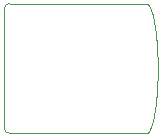
<source format=gm1>
G04 #@! TF.FileFunction,Profile,NP*
%FSLAX46Y46*%
G04 Gerber Fmt 4.6, Leading zero omitted, Abs format (unit mm)*
G04 Created by KiCad (PCBNEW 4.0.7) date Fri Feb  2 17:45:02 2018*
%MOMM*%
%LPD*%
G01*
G04 APERTURE LIST*
%ADD10C,0.350000*%
%ADD11C,0.050000*%
G04 APERTURE END LIST*
D10*
D11*
X17450000Y-18000000D02*
G75*
G03X17000000Y-18470000I10000J-460000D01*
G01*
X17000000Y-28550000D02*
G75*
G03X17470000Y-29000000I460000J10000D01*
G01*
X17000000Y-18480000D02*
X17000000Y-28530000D01*
X29000000Y-18000000D02*
X17460000Y-18000000D01*
X17460000Y-29000000D02*
X29000000Y-29000000D01*
X30000000Y-23500000D02*
X30000000Y-23370000D01*
X30000000Y-23370000D02*
X30000000Y-23230000D01*
X30000000Y-23230000D02*
X30000000Y-23100000D01*
X30000000Y-23100000D02*
X30000000Y-22960000D01*
X30000000Y-22960000D02*
X29990000Y-22830000D01*
X29990000Y-22830000D02*
X29990000Y-22690000D01*
X29990000Y-22690000D02*
X29990000Y-22560000D01*
X29990000Y-22560000D02*
X29980000Y-22430000D01*
X29980000Y-22430000D02*
X29980000Y-22290000D01*
X29980000Y-22290000D02*
X29970000Y-22160000D01*
X29970000Y-22160000D02*
X29960000Y-22030000D01*
X29960000Y-22030000D02*
X29960000Y-21900000D01*
X29960000Y-21900000D02*
X29950000Y-21770000D01*
X29950000Y-21770000D02*
X29940000Y-21650000D01*
X29940000Y-21650000D02*
X29930000Y-21520000D01*
X29930000Y-21520000D02*
X29920000Y-21400000D01*
X29920000Y-21400000D02*
X29910000Y-21270000D01*
X29910000Y-21270000D02*
X29900000Y-21150000D01*
X29900000Y-21150000D02*
X29890000Y-21030000D01*
X29890000Y-21030000D02*
X29880000Y-20910000D01*
X29880000Y-20910000D02*
X29870000Y-20790000D01*
X29870000Y-20790000D02*
X29860000Y-20670000D01*
X29860000Y-20670000D02*
X29840000Y-20560000D01*
X29840000Y-20560000D02*
X29830000Y-20440000D01*
X29830000Y-20440000D02*
X29820000Y-20330000D01*
X29820000Y-20330000D02*
X29800000Y-20220000D01*
X29800000Y-20220000D02*
X29790000Y-20120000D01*
X29790000Y-20120000D02*
X29770000Y-20010000D01*
X29770000Y-20010000D02*
X29760000Y-19910000D01*
X29760000Y-19910000D02*
X29740000Y-19810000D01*
X29740000Y-19810000D02*
X29720000Y-19710000D01*
X29720000Y-19710000D02*
X29710000Y-19610000D01*
X29710000Y-19610000D02*
X29690000Y-19520000D01*
X29690000Y-19520000D02*
X29670000Y-19420000D01*
X29670000Y-19420000D02*
X29650000Y-19340000D01*
X29650000Y-19340000D02*
X29630000Y-19250000D01*
X29630000Y-19250000D02*
X29620000Y-19160000D01*
X29620000Y-19160000D02*
X29600000Y-19080000D01*
X29600000Y-19080000D02*
X29580000Y-19000000D01*
X29580000Y-19000000D02*
X29560000Y-18930000D01*
X29560000Y-18930000D02*
X29530000Y-18850000D01*
X29530000Y-18850000D02*
X29510000Y-18780000D01*
X29510000Y-18780000D02*
X29490000Y-18710000D01*
X29490000Y-18710000D02*
X29470000Y-18650000D01*
X29470000Y-18650000D02*
X29450000Y-18590000D01*
X29450000Y-18590000D02*
X29430000Y-18530000D01*
X29430000Y-18530000D02*
X29410000Y-18470000D01*
X29410000Y-18470000D02*
X29380000Y-18420000D01*
X29380000Y-18420000D02*
X29360000Y-18370000D01*
X29360000Y-18370000D02*
X29340000Y-18320000D01*
X29340000Y-18320000D02*
X29310000Y-18280000D01*
X29310000Y-18280000D02*
X29290000Y-18240000D01*
X29290000Y-18240000D02*
X29270000Y-18200000D01*
X29270000Y-18200000D02*
X29240000Y-18160000D01*
X29240000Y-18160000D02*
X29220000Y-18130000D01*
X29220000Y-18130000D02*
X29200000Y-18110000D01*
X29200000Y-18110000D02*
X29170000Y-18080000D01*
X29170000Y-18080000D02*
X29150000Y-18060000D01*
X29150000Y-18060000D02*
X29120000Y-18040000D01*
X29120000Y-18040000D02*
X29100000Y-18030000D01*
X29100000Y-18030000D02*
X29070000Y-18010000D01*
X29070000Y-18010000D02*
X29050000Y-18010000D01*
X29050000Y-18010000D02*
X29020000Y-18000000D01*
X29020000Y-18000000D02*
X29000000Y-18000000D01*
X29000000Y-29000000D02*
X29020000Y-29000000D01*
X29020000Y-29000000D02*
X29050000Y-28990000D01*
X29050000Y-28990000D02*
X29070000Y-28990000D01*
X29070000Y-28990000D02*
X29100000Y-28970000D01*
X29100000Y-28970000D02*
X29120000Y-28960000D01*
X29120000Y-28960000D02*
X29150000Y-28940000D01*
X29150000Y-28940000D02*
X29170000Y-28920000D01*
X29170000Y-28920000D02*
X29200000Y-28890000D01*
X29200000Y-28890000D02*
X29220000Y-28870000D01*
X29220000Y-28870000D02*
X29240000Y-28840000D01*
X29240000Y-28840000D02*
X29270000Y-28800000D01*
X29270000Y-28800000D02*
X29290000Y-28760000D01*
X29290000Y-28760000D02*
X29310000Y-28720000D01*
X29310000Y-28720000D02*
X29340000Y-28680000D01*
X29340000Y-28680000D02*
X29360000Y-28630000D01*
X29360000Y-28630000D02*
X29380000Y-28580000D01*
X29380000Y-28580000D02*
X29410000Y-28530000D01*
X29410000Y-28530000D02*
X29430000Y-28470000D01*
X29430000Y-28470000D02*
X29450000Y-28410000D01*
X29450000Y-28410000D02*
X29470000Y-28350000D01*
X29470000Y-28350000D02*
X29490000Y-28290000D01*
X29490000Y-28290000D02*
X29510000Y-28220000D01*
X29510000Y-28220000D02*
X29530000Y-28150000D01*
X29530000Y-28150000D02*
X29560000Y-28070000D01*
X29560000Y-28070000D02*
X29580000Y-28000000D01*
X29580000Y-28000000D02*
X29600000Y-27920000D01*
X29600000Y-27920000D02*
X29620000Y-27840000D01*
X29620000Y-27840000D02*
X29630000Y-27750000D01*
X29630000Y-27750000D02*
X29650000Y-27660000D01*
X29650000Y-27660000D02*
X29670000Y-27580000D01*
X29670000Y-27580000D02*
X29690000Y-27480000D01*
X29690000Y-27480000D02*
X29710000Y-27390000D01*
X29710000Y-27390000D02*
X29720000Y-27290000D01*
X29720000Y-27290000D02*
X29740000Y-27190000D01*
X29740000Y-27190000D02*
X29760000Y-27090000D01*
X29760000Y-27090000D02*
X29770000Y-26990000D01*
X29770000Y-26990000D02*
X29790000Y-26880000D01*
X29790000Y-26880000D02*
X29800000Y-26780000D01*
X29800000Y-26780000D02*
X29820000Y-26670000D01*
X29820000Y-26670000D02*
X29830000Y-26560000D01*
X29830000Y-26560000D02*
X29840000Y-26440000D01*
X29840000Y-26440000D02*
X29860000Y-26330000D01*
X29860000Y-26330000D02*
X29870000Y-26210000D01*
X29870000Y-26210000D02*
X29880000Y-26090000D01*
X29880000Y-26090000D02*
X29890000Y-25970000D01*
X29890000Y-25970000D02*
X29900000Y-25850000D01*
X29900000Y-25850000D02*
X29910000Y-25730000D01*
X29910000Y-25730000D02*
X29920000Y-25600000D01*
X29920000Y-25600000D02*
X29930000Y-25480000D01*
X29930000Y-25480000D02*
X29940000Y-25350000D01*
X29940000Y-25350000D02*
X29950000Y-25230000D01*
X29950000Y-25230000D02*
X29960000Y-25100000D01*
X29960000Y-25100000D02*
X29960000Y-24970000D01*
X29960000Y-24970000D02*
X29970000Y-24840000D01*
X29970000Y-24840000D02*
X29980000Y-24710000D01*
X29980000Y-24710000D02*
X29980000Y-24570000D01*
X29980000Y-24570000D02*
X29990000Y-24440000D01*
X29990000Y-24440000D02*
X29990000Y-24310000D01*
X29990000Y-24310000D02*
X29990000Y-24170000D01*
X29990000Y-24170000D02*
X30000000Y-24040000D01*
X30000000Y-24040000D02*
X30000000Y-23900000D01*
X30000000Y-23900000D02*
X30000000Y-23770000D01*
X30000000Y-23770000D02*
X30000000Y-23630000D01*
X30000000Y-23630000D02*
X30000000Y-23500000D01*
M02*

</source>
